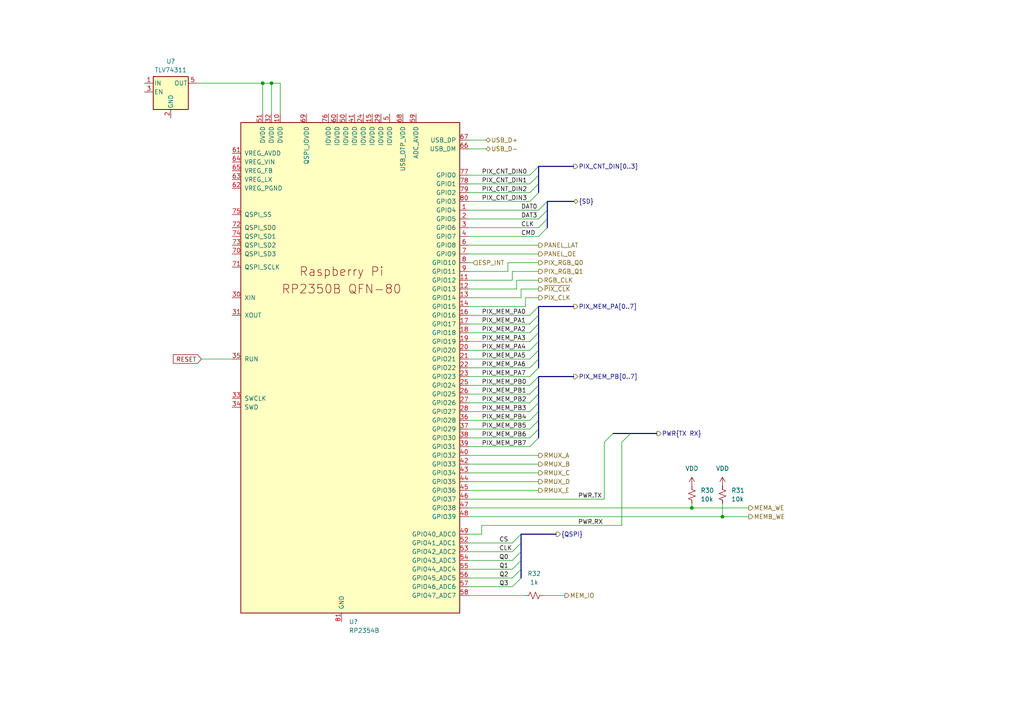
<source format=kicad_sch>
(kicad_sch (version 20250114) (generator "eeschema") (generator_version "9.0")
  (paper "A4")
  (title_block (title "Main (Display) Microcontroller") (rev "A") (company "MLABS") (comment 1 "MSign-NG"))
  (lib_symbols
    (symbol "Device:R_Small_US" (pin_numbers (hide yes)) (pin_names (offset 0.254) (hide yes))
      (property "Reference" "R" (at 0.762 0.508 0))
      (property "Value" "R_Small_US" (at 0.762 -1.016 0))
      (symbol "R_Small_US_1_1"
        (polyline (pts (xy 0 1.524) (xy 1.016 1.143) (xy 0 0.762) (xy -1.016 0.381) (xy 0 0)))
        (polyline (pts (xy 0 0) (xy 1.016 -0.381) (xy 0 -0.762) (xy -1.016 -1.143) (xy 0 -1.524)))
        (pin passive line (at 0 2.54 270) (length 1.016) (name "~") (number "1"))
        (pin passive line (at 0 -2.54 90) (length 1.016) (name "~") (number "2"))
      )
    )
    (symbol "MCU_RaspberryPi_RP2350:RP2350_80QFN" (pin_names (offset 1.016))
      (property "Reference" "U" (at -29.21 49.53 0))
      (property "Value" "RP2350_80QFN" (at 25.4 -96.52 0))
      (symbol "RP2350_80QFN_0_0"
        (text "Raspberry Pi" (at 0 5.08 0) (effects (font (size 2.54 2.54))))
      )
      (symbol "RP2350_80QFN_0_1"
        (rectangle (start -29.21 48.26) (end 34.29 -93.98) (stroke (width 0.254)) (fill (type background)))
      )
      (symbol "RP2350_80QFN_1_0"
        (text "RP2350B QFN-80" (at 0 0 0) (effects (font (size 2.54 2.54))))
      )
      (symbol "RP2350_80QFN_1_1"
        (pin power_in line (at -31.75 39.37 0) (length 2.54) (name "VREG_AVDD") (number "61"))
        (pin power_in line (at -31.75 36.83 0) (length 2.54) (name "VREG_VIN") (number "64"))
        (pin input line (at -31.75 34.29 0) (length 2.54) (name "VREG_FB") (number "65"))
        (pin power_out line (at -31.75 31.75 0) (length 2.54) (name "VREG_LX") (number "63"))
        (pin power_in line (at -31.75 29.21 0) (length 2.54) (name "VREG_PGND") (number "62"))
        (pin bidirectional line (at -31.75 21.59 0) (length 2.54) (name "QSPI_SS") (number "75"))
        (pin bidirectional line (at -31.75 17.78 0) (length 2.54) (name "QSPI_SD0") (number "72"))
        (pin bidirectional line (at -31.75 15.24 0) (length 2.54) (name "QSPI_SD1") (number "74"))
        (pin bidirectional line (at -31.75 12.7 0) (length 2.54) (name "QSPI_SD2") (number "73"))
        (pin bidirectional line (at -31.75 10.16 0) (length 2.54) (name "QSPI_SD3") (number "70"))
        (pin output line (at -31.75 6.35 0) (length 2.54) (name "QSPI_SCLK") (number "71"))
        (pin input line (at -31.75 -2.54 0) (length 2.54) (name "XIN") (number "30"))
        (pin passive line (at -31.75 -7.62 0) (length 2.54) (name "XOUT") (number "31"))
        (pin input line (at -31.75 -20.32 0) (length 2.54) (name "RUN") (number "35"))
        (pin output line (at -31.75 -31.75 0) (length 2.54) (name "SWCLK") (number "33"))
        (pin bidirectional line (at -31.75 -34.29 0) (length 2.54) (name "SWD") (number "34"))
        (pin power_in line (at -22.86 50.8 270) (length 2.54) (name "DVDD") (number "51"))
        (pin power_in line (at -20.32 50.8 270) (length 2.54) (name "DVDD") (number "32"))
        (pin power_in line (at -17.78 50.8 270) (length 2.54) (name "DVDD") (number "10"))
        (pin power_in line (at -10.16 50.8 270) (length 2.54) (name "QSPI_IOVDD") (number "69"))
        (pin power_in line (at -3.81 50.8 270) (length 2.54) (name "IOVDD") (number "76"))
        (pin power_in line (at -1.27 50.8 270) (length 2.54) (name "IOVDD") (number "60"))
        (pin power_in line (at 0 -96.52 90) (length 2.54) (name "GND") (number "81"))
        (pin power_in line (at 1.27 50.8 270) (length 2.54) (name "IOVDD") (number "50"))
        (pin power_in line (at 3.81 50.8 270) (length 2.54) (name "IOVDD") (number "41"))
        (pin power_in line (at 6.35 50.8 270) (length 2.54) (name "IOVDD") (number "24"))
        (pin power_in line (at 8.89 50.8 270) (length 2.54) (name "IOVDD") (number "15"))
        (pin power_in line (at 11.43 50.8 270) (length 2.54) (name "IOVDD") (number "29"))
        (pin power_in line (at 13.97 50.8 270) (length 2.54) (name "IOVDD") (number "5"))
        (pin power_in line (at 17.78 50.8 270) (length 2.54) (name "USB_OTP_VDD") (number "68"))
        (pin power_in line (at 21.59 50.8 270) (length 2.54) (name "ADC_AVDD") (number "59"))
        (pin bidirectional line (at 36.83 43.18 180) (length 2.54) (name "USB_DP") (number "67"))
        (pin bidirectional line (at 36.83 40.64 180) (length 2.54) (name "USB_DM") (number "66"))
        (pin bidirectional line (at 36.83 33.02 180) (length 2.54) (name "GPIO0") (number "77"))
        (pin bidirectional line (at 36.83 30.48 180) (length 2.54) (name "GPIO1") (number "78"))
        (pin bidirectional line (at 36.83 27.94 180) (length 2.54) (name "GPIO2") (number "79"))
        (pin bidirectional line (at 36.83 25.4 180) (length 2.54) (name "GPIO3") (number "80"))
        (pin bidirectional line (at 36.83 22.86 180) (length 2.54) (name "GPIO4") (number "1"))
        (pin bidirectional line (at 36.83 20.32 180) (length 2.54) (name "GPIO5") (number "2"))
        (pin bidirectional line (at 36.83 17.78 180) (length 2.54) (name "GPIO6") (number "3"))
        (pin bidirectional line (at 36.83 15.24 180) (length 2.54) (name "GPIO7") (number "4"))
        (pin bidirectional line (at 36.83 12.7 180) (length 2.54) (name "GPIO8") (number "6"))
        (pin bidirectional line (at 36.83 10.16 180) (length 2.54) (name "GPIO9") (number "7"))
        (pin bidirectional line (at 36.83 7.62 180) (length 2.54) (name "GPIO10") (number "8"))
        (pin bidirectional line (at 36.83 5.08 180) (length 2.54) (name "GPIO11") (number "9"))
        (pin bidirectional line (at 36.83 2.54 180) (length 2.54) (name "GPIO12") (number "11"))
        (pin bidirectional line (at 36.83 0 180) (length 2.54) (name "GPIO13") (number "12"))
        (pin bidirectional line (at 36.83 -2.54 180) (length 2.54) (name "GPIO14") (number "13"))
        (pin bidirectional line (at 36.83 -5.08 180) (length 2.54) (name "GPIO15") (number "14"))
        (pin bidirectional line (at 36.83 -7.62 180) (length 2.54) (name "GPIO16") (number "16"))
        (pin bidirectional line (at 36.83 -10.16 180) (length 2.54) (name "GPIO17") (number "17"))
        (pin bidirectional line (at 36.83 -12.7 180) (length 2.54) (name "GPIO18") (number "18"))
        (pin bidirectional line (at 36.83 -15.24 180) (length 2.54) (name "GPIO19") (number "19"))
        (pin bidirectional line (at 36.83 -17.78 180) (length 2.54) (name "GPIO20") (number "20"))
        (pin bidirectional line (at 36.83 -20.32 180) (length 2.54) (name "GPIO21") (number "21"))
        (pin bidirectional line (at 36.83 -22.86 180) (length 2.54) (name "GPIO22") (number "22"))
        (pin bidirectional line (at 36.83 -25.4 180) (length 2.54) (name "GPIO23") (number "23"))
        (pin bidirectional line (at 36.83 -27.94 180) (length 2.54) (name "GPIO24") (number "25"))
        (pin bidirectional line (at 36.83 -30.48 180) (length 2.54) (name "GPIO25") (number "26"))
        (pin bidirectional line (at 36.83 -33.02 180) (length 2.54) (name "GPIO26") (number "27"))
        (pin bidirectional line (at 36.83 -35.56 180) (length 2.54) (name "GPIO27") (number "28"))
        (pin bidirectional line (at 36.83 -38.1 180) (length 2.54) (name "GPIO28") (number "36"))
        (pin bidirectional line (at 36.83 -40.64 180) (length 2.54) (name "GPIO29") (number "37"))
        (pin bidirectional line (at 36.83 -43.18 180) (length 2.54) (name "GPIO30") (number "38"))
        (pin bidirectional line (at 36.83 -45.72 180) (length 2.54) (name "GPIO31") (number "39"))
        (pin bidirectional line (at 36.83 -48.26 180) (length 2.54) (name "GPIO32") (number "40"))
        (pin bidirectional line (at 36.83 -50.8 180) (length 2.54) (name "GPIO33") (number "42"))
        (pin bidirectional line (at 36.83 -53.34 180) (length 2.54) (name "GPIO34") (number "43"))
        (pin bidirectional line (at 36.83 -55.88 180) (length 2.54) (name "GPIO35") (number "44"))
        (pin bidirectional line (at 36.83 -58.42 180) (length 2.54) (name "GPIO36") (number "45"))
        (pin bidirectional line (at 36.83 -60.96 180) (length 2.54) (name "GPIO37") (number "46"))
        (pin bidirectional line (at 36.83 -63.5 180) (length 2.54) (name "GPIO38") (number "47"))
        (pin bidirectional line (at 36.83 -66.04 180) (length 2.54) (name "GPIO39") (number "48"))
        (pin bidirectional line (at 36.83 -71.12 180) (length 2.54) (name "GPIO40_ADC0") (number "49"))
        (pin bidirectional line (at 36.83 -73.66 180) (length 2.54) (name "GPIO41_ADC1") (number "52"))
        (pin bidirectional line (at 36.83 -76.2 180) (length 2.54) (name "GPIO42_ADC2") (number "53"))
        (pin bidirectional line (at 36.83 -78.74 180) (length 2.54) (name "GPIO43_ADC3") (number "54"))
        (pin bidirectional line (at 36.83 -81.28 180) (length 2.54) (name "GPIO44_ADC4") (number "55"))
        (pin bidirectional line (at 36.83 -83.82 180) (length 2.54) (name "GPIO45_ADC5") (number "56"))
        (pin bidirectional line (at 36.83 -86.36 180) (length 2.54) (name "GPIO46_ADC6") (number "57"))
        (pin bidirectional line (at 36.83 -88.9 180) (length 2.54) (name "GPIO47_ADC7") (number "58"))
      )
    )
    (symbol "Regulator_Linear:TLV71211_SOT23-5" (pin_names (offset 0.254))
      (property "Reference" "U" (at -3.81 5.715 0))
      (property "Value" "TLV71211_SOT23-5" (at 0 5.715 0))
      (symbol "TLV71211_SOT23-5_0_1"
        (rectangle (start -5.08 4.445) (end 5.08 -5.08) (stroke (width 0.254)) (fill (type background)))
      )
      (symbol "TLV71211_SOT23-5_1_1"
        (pin power_in line (at -7.62 2.54 0) (length 2.54) (name "IN") (number "1"))
        (pin input line (at -7.62 0 0) (length 2.54) (name "EN") (number "3"))
        (pin power_in line (at 0 -7.62 90) (length 2.54) (name "GND") (number "2"))
        (pin no_connect line (at 5.08 0 180) (length 2.54) (hide yes) (name "NC") (number "4"))
        (pin power_out line (at 7.62 2.54 180) (length 2.54) (name "OUT") (number "5"))
      )
    )
    (symbol "power:VDD" (power) (pin_numbers (hide yes)) (pin_names (offset 0) (hide yes))
      (property "Value" "VDD" (at 0 3.556 0))
      (symbol "VDD_0_1"
        (polyline (pts (xy -0.762 1.27) (xy 0 2.54)))
        (polyline (pts (xy 0 2.54) (xy 0.762 1.27)))
        (polyline (pts (xy 0 0) (xy 0 2.54)))
      )
      (symbol "VDD_1_1"
        (pin power_in line (at 0 0 90) (length 0) (name "~") (number "1"))
      )
    )
  )
  (bus_alias "QSPI" (members "CS" "CLK" "Q0" "Q1" "Q2" "Q3"))
  (junction (at 200.66 147.32))
  (junction (at 209.55 149.86))
  (junction (at 76.2 24.13))
  (junction (at 78.74 24.13))
  (bus_entry (at 156.21 93.98) (size -2.54 2.54))
  (bus_entry (at 151.13 165.1) (size -2.54 2.54))
  (bus_entry (at 156.21 111.76) (size -2.54 2.54))
  (bus_entry (at 156.21 124.46) (size -2.54 2.54))
  (bus_entry (at 156.21 109.22) (size -2.54 2.54))
  (bus_entry (at 156.21 116.84) (size -2.54 2.54))
  (bus_entry (at 151.13 160.02) (size -2.54 2.54))
  (bus_entry (at 177.8 125.73) (size -2.54 2.54))
  (bus_entry (at 151.13 157.48) (size -2.54 2.54))
  (bus_entry (at 156.21 48.26) (size -2.54 2.54))
  (bus_entry (at 156.21 91.44) (size -2.54 2.54))
  (bus_entry (at 158.75 63.5) (size -2.54 2.54))
  (bus_entry (at 156.21 50.8) (size -2.54 2.54))
  (bus_entry (at 151.13 167.64) (size -2.54 2.54))
  (bus_entry (at 156.21 127) (size -2.54 2.54))
  (bus_entry (at 156.21 101.6) (size -2.54 2.54))
  (bus_entry (at 156.21 106.68) (size -2.54 2.54))
  (bus_entry (at 151.13 154.94) (size -2.54 2.54))
  (bus_entry (at 156.21 55.88) (size -2.54 2.54))
  (bus_entry (at 156.21 53.34) (size -2.54 2.54))
  (bus_entry (at 151.13 162.56) (size -2.54 2.54))
  (bus_entry (at 156.21 96.52) (size -2.54 2.54))
  (bus_entry (at 156.21 99.06) (size -2.54 2.54))
  (bus_entry (at 182.88 125.73) (size -2.54 2.54))
  (bus_entry (at 156.21 88.9) (size -2.54 2.54))
  (bus_entry (at 158.75 66.04) (size -2.54 2.54))
  (bus_entry (at 158.75 58.42) (size -2.54 2.54))
  (bus_entry (at 156.21 119.38) (size -2.54 2.54))
  (bus_entry (at 156.21 114.3) (size -2.54 2.54))
  (bus_entry (at 158.75 60.96) (size -2.54 2.54))
  (bus_entry (at 156.21 104.14) (size -2.54 2.54))
  (bus_entry (at 156.21 121.92) (size -2.54 2.54))
  (wire (pts (xy 140.97 43.18) (xy 135.89 43.18)))
  (wire (pts (xy 81.28 24.13) (xy 78.74 24.13)))
  (bus (pts (xy 182.88 125.73) (xy 177.8 125.73)))
  (wire (pts (xy 152.4 88.9) (xy 152.4 86.36)))
  (wire (pts (xy 135.89 63.5) (xy 156.21 63.5)))
  (wire (pts (xy 135.89 119.38) (xy 153.67 119.38)))
  (wire (pts (xy 135.89 162.56) (xy 148.59 162.56)))
  (wire (pts (xy 135.89 81.28) (xy 148.59 81.28)))
  (bus (pts (xy 158.75 58.42) (xy 166.37 58.42)))
  (wire (pts (xy 135.89 160.02) (xy 148.59 160.02)))
  (wire (pts (xy 135.89 88.9) (xy 152.4 88.9)))
  (wire (pts (xy 209.55 146.05) (xy 209.55 149.86)))
  (wire (pts (xy 147.32 78.74) (xy 147.32 76.2)))
  (bus (pts (xy 156.21 48.26) (xy 156.21 50.8)))
  (wire (pts (xy 135.89 114.3) (xy 153.67 114.3)))
  (wire (pts (xy 140.97 40.64) (xy 135.89 40.64)))
  (bus (pts (xy 156.21 96.52) (xy 156.21 99.06)))
  (bus (pts (xy 156.21 114.3) (xy 156.21 116.84)))
  (wire (pts (xy 135.89 60.96) (xy 156.21 60.96)))
  (wire (pts (xy 149.86 83.82) (xy 149.86 81.28)))
  (bus (pts (xy 156.21 111.76) (xy 156.21 114.3)))
  (bus (pts (xy 156.21 53.34) (xy 156.21 55.88)))
  (wire (pts (xy 135.89 86.36) (xy 151.13 86.36)))
  (wire (pts (xy 135.89 96.52) (xy 153.67 96.52)))
  (wire (pts (xy 148.59 78.74) (xy 156.21 78.74)))
  (wire (pts (xy 135.89 83.82) (xy 149.86 83.82)))
  (bus (pts (xy 151.13 160.02) (xy 151.13 162.56)))
  (wire (pts (xy 135.89 144.78) (xy 175.26 144.78)))
  (bus (pts (xy 161.29 154.94) (xy 151.13 154.94)))
  (bus (pts (xy 156.21 91.44) (xy 156.21 93.98)))
  (wire (pts (xy 209.55 149.86) (xy 217.17 149.86)))
  (wire (pts (xy 135.89 99.06) (xy 153.67 99.06)))
  (wire (pts (xy 135.89 127) (xy 153.67 127)))
  (wire (pts (xy 180.34 128.27) (xy 180.34 152.4)))
  (bus (pts (xy 156.21 50.8) (xy 156.21 53.34)))
  (wire (pts (xy 135.89 111.76) (xy 153.67 111.76)))
  (bus (pts (xy 158.75 58.42) (xy 158.75 60.96)))
  (bus (pts (xy 151.13 162.56) (xy 151.13 165.1)))
  (wire (pts (xy 135.89 106.68) (xy 153.67 106.68)))
  (wire (pts (xy 135.89 124.46) (xy 153.67 124.46)))
  (wire (pts (xy 135.89 104.14) (xy 153.67 104.14)))
  (wire (pts (xy 58.42 104.14) (xy 67.31 104.14)))
  (wire (pts (xy 135.89 149.86) (xy 209.55 149.86)))
  (wire (pts (xy 139.7 152.4) (xy 139.7 154.94)))
  (wire (pts (xy 135.89 116.84) (xy 153.67 116.84)))
  (bus (pts (xy 190.5 125.73) (xy 182.88 125.73)))
  (wire (pts (xy 135.89 50.8) (xy 153.67 50.8)))
  (wire (pts (xy 135.89 66.04) (xy 156.21 66.04)))
  (wire (pts (xy 135.89 71.12) (xy 156.21 71.12)))
  (wire (pts (xy 135.89 170.18) (xy 148.59 170.18)))
  (wire (pts (xy 139.7 154.94) (xy 135.89 154.94)))
  (bus (pts (xy 166.37 48.26) (xy 156.21 48.26)))
  (bus (pts (xy 166.37 88.9) (xy 156.21 88.9)))
  (wire (pts (xy 175.26 128.27) (xy 175.26 144.78)))
  (wire (pts (xy 135.89 68.58) (xy 156.21 68.58)))
  (wire (pts (xy 135.89 53.34) (xy 153.67 53.34)))
  (bus (pts (xy 156.21 121.92) (xy 156.21 124.46)))
  (wire (pts (xy 135.89 172.72) (xy 152.4 172.72)))
  (wire (pts (xy 81.28 33.02) (xy 81.28 24.13)))
  (wire (pts (xy 200.66 146.05) (xy 200.66 147.32)))
  (bus (pts (xy 156.21 116.84) (xy 156.21 119.38)))
  (wire (pts (xy 156.21 132.08) (xy 135.89 132.08)))
  (bus (pts (xy 151.13 154.94) (xy 151.13 157.48)))
  (wire (pts (xy 151.13 83.82) (xy 156.21 83.82)))
  (wire (pts (xy 135.89 129.54) (xy 153.67 129.54)))
  (bus (pts (xy 166.37 109.22) (xy 156.21 109.22)))
  (wire (pts (xy 152.4 86.36) (xy 156.21 86.36)))
  (bus (pts (xy 156.21 109.22) (xy 156.21 111.76)))
  (wire (pts (xy 135.89 91.44) (xy 153.67 91.44)))
  (wire (pts (xy 151.13 86.36) (xy 151.13 83.82)))
  (wire (pts (xy 156.21 134.62) (xy 135.89 134.62)))
  (wire (pts (xy 135.89 76.2) (xy 137.16 76.2)))
  (wire (pts (xy 156.21 139.7) (xy 135.89 139.7)))
  (wire (pts (xy 135.89 93.98) (xy 153.67 93.98)))
  (wire (pts (xy 135.89 157.48) (xy 148.59 157.48)))
  (wire (pts (xy 135.89 147.32) (xy 200.66 147.32)))
  (bus (pts (xy 156.21 101.6) (xy 156.21 104.14)))
  (bus (pts (xy 156.21 88.9) (xy 156.21 91.44)))
  (wire (pts (xy 135.89 167.64) (xy 148.59 167.64)))
  (wire (pts (xy 135.89 58.42) (xy 153.67 58.42)))
  (wire (pts (xy 148.59 81.28) (xy 148.59 78.74)))
  (wire (pts (xy 135.89 55.88) (xy 153.67 55.88)))
  (bus (pts (xy 156.21 104.14) (xy 156.21 106.68)))
  (wire (pts (xy 135.89 73.66) (xy 156.21 73.66)))
  (wire (pts (xy 57.15 24.13) (xy 76.2 24.13)))
  (bus (pts (xy 156.21 93.98) (xy 156.21 96.52)))
  (wire (pts (xy 76.2 24.13) (xy 76.2 33.02)))
  (bus (pts (xy 158.75 63.5) (xy 158.75 66.04)))
  (bus (pts (xy 151.13 157.48) (xy 151.13 160.02)))
  (wire (pts (xy 135.89 165.1) (xy 148.59 165.1)))
  (wire (pts (xy 156.21 142.24) (xy 135.89 142.24)))
  (bus (pts (xy 156.21 99.06) (xy 156.21 101.6)))
  (wire (pts (xy 200.66 147.32) (xy 217.17 147.32)))
  (wire (pts (xy 147.32 76.2) (xy 156.21 76.2)))
  (bus (pts (xy 156.21 124.46) (xy 156.21 127)))
  (bus (pts (xy 158.75 60.96) (xy 158.75 63.5)))
  (wire (pts (xy 135.89 78.74) (xy 147.32 78.74)))
  (wire (pts (xy 78.74 33.02) (xy 78.74 24.13)))
  (bus (pts (xy 151.13 165.1) (xy 151.13 167.64)))
  (wire (pts (xy 157.48 172.72) (xy 163.83 172.72)))
  (wire (pts (xy 156.21 137.16) (xy 135.89 137.16)))
  (wire (pts (xy 149.86 81.28) (xy 156.21 81.28)))
  (wire (pts (xy 78.74 24.13) (xy 76.2 24.13)))
  (wire (pts (xy 135.89 109.22) (xy 153.67 109.22)))
  (bus (pts (xy 156.21 119.38) (xy 156.21 121.92)))
  (wire (pts (xy 135.89 101.6) (xy 153.67 101.6)))
  (wire (pts (xy 135.89 121.92) (xy 153.67 121.92)))
  (wire (pts (xy 180.34 152.4) (xy 139.7 152.4)))
  (label "CLK" (at 144.78 160.02 0))
  (label "DAT0" (at 151.13 60.96 0))
  (label "PIX_CNT_DIN0" (at 139.7 50.8 0))
  (label "PIX_MEM_PB3" (at 139.7 119.38 0))
  (label "PIX_MEM_PB6" (at 139.7 127 0))
  (label "PIX_MEM_PA4" (at 139.7 101.6 0))
  (label "PIX_MEM_PA6" (at 139.7 106.68 0))
  (label "PIX_MEM_PB0" (at 139.7 111.76 0))
  (label "Q1" (at 144.78 165.1 0))
  (label "PIX_MEM_PA2" (at 139.7 96.52 0))
  (label "PIX_MEM_PA3" (at 139.7 99.06 0))
  (label "Q3" (at 144.78 170.18 0))
  (label "Q2" (at 144.78 167.64 0))
  (label "PIX_MEM_PA7" (at 139.7 109.22 0))
  (label "PWR.TX" (at 167.64 144.78 0))
  (label "PIX_MEM_PA0" (at 139.7 91.44 0))
  (label "PIX_MEM_PA5" (at 139.7 104.14 0))
  (label "PIX_MEM_PB4" (at 139.7 121.92 0))
  (label "PIX_MEM_PB2" (at 139.7 116.84 0))
  (label "CMD" (at 151.13 68.58 0))
  (label "PIX_CNT_DIN1" (at 139.7 53.34 0))
  (label "DAT3" (at 151.13 63.5 0))
  (label "PIX_CNT_DIN2" (at 139.7 55.88 0))
  (label "PIX_MEM_PB1" (at 139.7 114.3 0))
  (label "PIX_MEM_PB7" (at 139.7 129.54 0))
  (label "Q0" (at 144.78 162.56 0))
  (label "PWR.RX" (at 167.64 152.4 0))
  (label "CLK" (at 151.13 66.04 0))
  (label "PIX_MEM_PA1" (at 139.7 93.98 0))
  (label "PIX_CNT_DIN3" (at 139.7 58.42 0))
  (label "CS" (at 144.78 157.48 0))
  (label "PIX_MEM_PB5" (at 139.7 124.46 0))
  (global_label "RESET" (shape input) (at 58.42 104.14 180) (property "Intersheetrefs" "${INTERSHEET_REFS}" (effects (hide yes))))
  (hierarchical_label "PANEL_LAT" (shape output) (at 156.21 71.12 0))
  (hierarchical_label "PIX_MEM_PB[0..7]" (shape output) (at 166.37 109.22 0))
  (hierarchical_label "RMUX_A" (shape output) (at 156.21 132.08 0))
  (hierarchical_label "ESP_INT" (shape input) (at 137.16 76.2 0))
  (hierarchical_label "RGB_CLK" (shape output) (at 156.21 81.28 0))
  (hierarchical_label "PANEL_OE" (shape output) (at 156.21 73.66 0))
  (hierarchical_label "PIX_RGB_Q1" (shape output) (at 156.21 78.74 0))
  (hierarchical_label "MEM_IO" (shape output) (at 163.83 172.72 0))
  (hierarchical_label "{SD}" (shape bidirectional) (at 166.37 58.42 0))
  (hierarchical_label "RMUX_B" (shape output) (at 156.21 134.62 0))
  (hierarchical_label "USB_D-" (shape bidirectional) (at 140.97 43.18 0))
  (hierarchical_label "PIX_CNT_DIN[0..3]" (shape output) (at 166.37 48.26 0))
  (hierarchical_label "PIX_MEM_PA[0..7]" (shape output) (at 166.37 88.9 0))
  (hierarchical_label "{QSPI}" (shape output) (at 161.29 154.94 0))
  (hierarchical_label "PIX_RGB_Q0" (shape output) (at 156.21 76.2 0))
  (hierarchical_label "RMUX_E" (shape output) (at 156.21 142.24 0))
  (hierarchical_label "~{PIX_CLK}" (shape output) (at 156.21 83.82 0))
  (hierarchical_label "RMUX_C" (shape output) (at 156.21 137.16 0))
  (hierarchical_label "USB_D+" (shape bidirectional) (at 140.97 40.64 0))
  (hierarchical_label "PIX_CLK" (shape output) (at 156.21 86.36 0))
  (hierarchical_label "RMUX_D" (shape output) (at 156.21 139.7 0))
  (hierarchical_label "PWR{TX RX}" (shape output) (at 190.5 125.73 0))
  (hierarchical_label "MEMA_WE" (shape output) (at 217.17 147.32 0))
  (hierarchical_label "MEMB_WE" (shape output) (at 217.17 149.86 0))
  (symbol (lib_id "Device:R_Small_US") (at 200.66 143.51 0) (unit 1)
    (property "Reference" "R30" (at 203.2 142.2399 0) (effects (justify left)))
    (property "Value" "10k" (at 203.2 144.7799 0) (effects (justify left)))
    (property "Description" "Resistor, small US symbol" (effects (hide yes)))
  )
  (symbol (lib_id "Regulator_Linear:TLV71211_SOT23-5") (at 49.53 26.67 0) (unit 1)
    (property "Reference" "U?" (at 49.53 17.78 0))
    (property "Value" "TLV74311" (at 49.53 20.32 0))
    (property "Footprint" "Package_TO_SOT_SMD:SOT-23-5" (effects (hide yes)))
    (property "Datasheet" "http://www.ti.com/lit/ds/symlink/tlv743p.pdf" (effects (hide yes)))
    (property "Description" "300mA Low Dropout Voltage Regulator, Fixed Output 1.1V, SOT-23-5" (effects (hide yes)))
  )
  (symbol (lib_id "power:VDD") (at 200.66 140.97 0) (unit 1)
    (property "Reference" "#PWR041" (effects (hide yes)))
    (property "Value" "VDD" (at 200.66 135.89 0))
    (property "Description" "Power symbol creates a global label with name \"VDD\"" (effects (hide yes)))
  )
  (symbol (lib_id "MCU_RaspberryPi_RP2350:RP2350_80QFN") (at 99.06 83.82 0) (unit 1)
    (property "Reference" "U?" (at 101.2033 180.34 0) (effects (justify left)))
    (property "Value" "RP2354B" (at 101.2033 182.88 0) (effects (justify left)))
    (property "Footprint" "RP2350_80QFN_minimal:RP2350-QFN-80-1EP_10x10_P0.4mm_EP3.4x3.4mm_ThermalVias" (effects (hide yes)))
  )
  (symbol (lib_id "Device:R_Small_US") (at 209.55 143.51 0) (unit 1)
    (property "Reference" "R31" (at 212.09 142.2399 0) (effects (justify left)))
    (property "Value" "10k" (at 212.09 144.7799 0) (effects (justify left)))
    (property "Description" "Resistor, small US symbol" (effects (hide yes)))
  )
  (symbol (lib_id "power:VDD") (at 209.55 140.97 0) (unit 1)
    (property "Reference" "#PWR042" (effects (hide yes)))
    (property "Value" "VDD" (at 209.55 135.89 0))
    (property "Description" "Power symbol creates a global label with name \"VDD\"" (effects (hide yes)))
  )
  (symbol (lib_id "Device:R_Small_US") (at 154.94 172.72 90) (unit 1)
    (property "Reference" "R32" (at 154.94 166.37 90))
    (property "Value" "1k" (at 154.94 168.91 90))
    (property "Description" "Resistor, small US symbol" (effects (hide yes)))
  )
)
</source>
